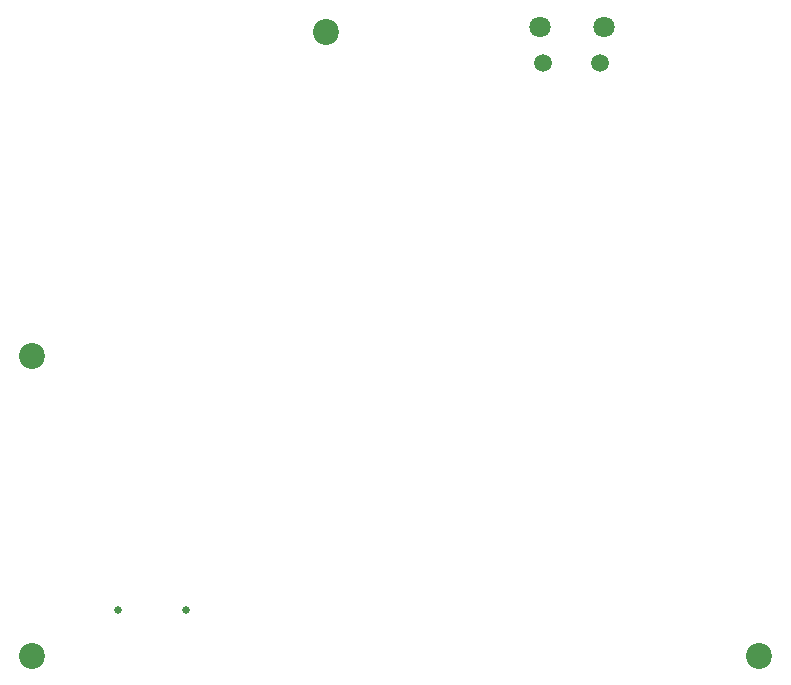
<source format=gbr>
%TF.GenerationSoftware,KiCad,Pcbnew,9.0.6*%
%TF.CreationDate,2025-11-14T19:53:10-08:00*%
%TF.ProjectId,SD-WSPICODB,53442d57-5350-4494-934f-44422e6b6963,R1.0*%
%TF.SameCoordinates,Original*%
%TF.FileFunction,NonPlated,1,2,NPTH,Drill*%
%TF.FilePolarity,Positive*%
%FSLAX46Y46*%
G04 Gerber Fmt 4.6, Leading zero omitted, Abs format (unit mm)*
G04 Created by KiCad (PCBNEW 9.0.6) date 2025-11-14 19:53:10*
%MOMM*%
%LPD*%
G01*
G04 APERTURE LIST*
%TA.AperFunction,ComponentDrill*%
%ADD10C,0.650000*%
%TD*%
%TA.AperFunction,ComponentDrill*%
%ADD11C,1.500000*%
%TD*%
%TA.AperFunction,ComponentDrill*%
%ADD12C,1.800000*%
%TD*%
%TA.AperFunction,ComponentDrill*%
%ADD13C,2.200000*%
%TD*%
G04 APERTURE END LIST*
D10*
%TO.C,J5*%
X74585000Y-100260000D03*
X80365000Y-100260000D03*
D11*
%TO.C,U1*%
X110605000Y-53960000D03*
X115455000Y-53960000D03*
D12*
X110305000Y-50930000D03*
X115755000Y-50930000D03*
D13*
%TO.C,H2*%
X67310000Y-78740000D03*
%TO.C,H3*%
X67310000Y-104140000D03*
%TO.C,H1*%
X92202000Y-51308000D03*
%TO.C,H4*%
X128905000Y-104140000D03*
M02*

</source>
